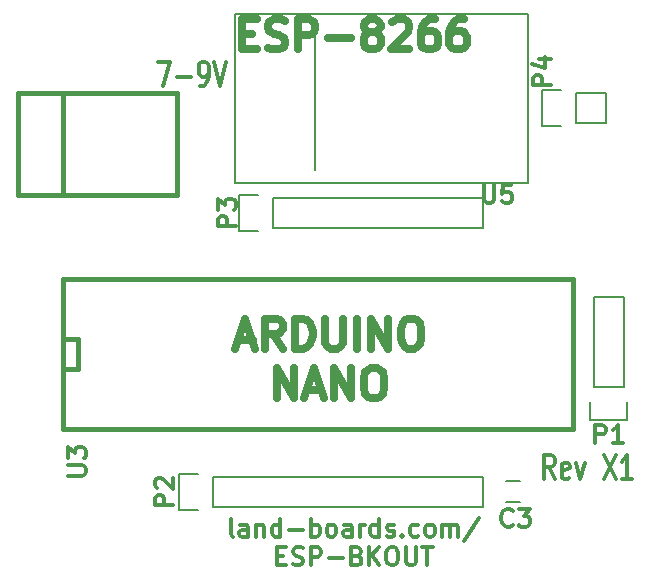
<source format=gto>
G04 #@! TF.FileFunction,Legend,Top*
%FSLAX46Y46*%
G04 Gerber Fmt 4.6, Leading zero omitted, Abs format (unit mm)*
G04 Created by KiCad (PCBNEW (after 2015-mar-04 BZR unknown)-product) date 7/24/2015 5:09:29 PM*
%MOMM*%
G01*
G04 APERTURE LIST*
%ADD10C,0.150000*%
%ADD11C,0.635000*%
%ADD12C,0.304800*%
%ADD13C,0.381000*%
G04 APERTURE END LIST*
D10*
D11*
X25025049Y-38967833D02*
X26234572Y-38967833D01*
X24783144Y-39693548D02*
X25629810Y-37153548D01*
X26476477Y-39693548D01*
X28774572Y-39693548D02*
X27927906Y-38484024D01*
X27323144Y-39693548D02*
X27323144Y-37153548D01*
X28290763Y-37153548D01*
X28532668Y-37274500D01*
X28653620Y-37395452D01*
X28774572Y-37637357D01*
X28774572Y-38000214D01*
X28653620Y-38242119D01*
X28532668Y-38363071D01*
X28290763Y-38484024D01*
X27323144Y-38484024D01*
X29863144Y-39693548D02*
X29863144Y-37153548D01*
X30467906Y-37153548D01*
X30830763Y-37274500D01*
X31072668Y-37516405D01*
X31193620Y-37758310D01*
X31314572Y-38242119D01*
X31314572Y-38604976D01*
X31193620Y-39088786D01*
X31072668Y-39330690D01*
X30830763Y-39572595D01*
X30467906Y-39693548D01*
X29863144Y-39693548D01*
X32403144Y-37153548D02*
X32403144Y-39209738D01*
X32524096Y-39451643D01*
X32645049Y-39572595D01*
X32886953Y-39693548D01*
X33370763Y-39693548D01*
X33612668Y-39572595D01*
X33733620Y-39451643D01*
X33854572Y-39209738D01*
X33854572Y-37153548D01*
X35064096Y-39693548D02*
X35064096Y-37153548D01*
X36273620Y-39693548D02*
X36273620Y-37153548D01*
X37725048Y-39693548D01*
X37725048Y-37153548D01*
X39418381Y-37153548D02*
X39902191Y-37153548D01*
X40144096Y-37274500D01*
X40386000Y-37516405D01*
X40506953Y-38000214D01*
X40506953Y-38846881D01*
X40386000Y-39330690D01*
X40144096Y-39572595D01*
X39902191Y-39693548D01*
X39418381Y-39693548D01*
X39176477Y-39572595D01*
X38934572Y-39330690D01*
X38813620Y-38846881D01*
X38813620Y-38000214D01*
X38934572Y-37516405D01*
X39176477Y-37274500D01*
X39418381Y-37153548D01*
X28290763Y-43884548D02*
X28290763Y-41344548D01*
X29742191Y-43884548D01*
X29742191Y-41344548D01*
X30830763Y-43158833D02*
X32040286Y-43158833D01*
X30588858Y-43884548D02*
X31435524Y-41344548D01*
X32282191Y-43884548D01*
X33128858Y-43884548D02*
X33128858Y-41344548D01*
X34580286Y-43884548D01*
X34580286Y-41344548D01*
X36273619Y-41344548D02*
X36757429Y-41344548D01*
X36999334Y-41465500D01*
X37241238Y-41707405D01*
X37362191Y-42191214D01*
X37362191Y-43037881D01*
X37241238Y-43521690D01*
X36999334Y-43763595D01*
X36757429Y-43884548D01*
X36273619Y-43884548D01*
X36031715Y-43763595D01*
X35789810Y-43521690D01*
X35668858Y-43037881D01*
X35668858Y-42191214D01*
X35789810Y-41707405D01*
X36031715Y-41465500D01*
X36273619Y-41344548D01*
X25363714Y-13026571D02*
X26210381Y-13026571D01*
X26573238Y-14357048D02*
X25363714Y-14357048D01*
X25363714Y-11817048D01*
X26573238Y-11817048D01*
X27540857Y-14236095D02*
X27903714Y-14357048D01*
X28508476Y-14357048D01*
X28750380Y-14236095D01*
X28871333Y-14115143D01*
X28992285Y-13873238D01*
X28992285Y-13631333D01*
X28871333Y-13389429D01*
X28750380Y-13268476D01*
X28508476Y-13147524D01*
X28024666Y-13026571D01*
X27782761Y-12905619D01*
X27661809Y-12784667D01*
X27540857Y-12542762D01*
X27540857Y-12300857D01*
X27661809Y-12058952D01*
X27782761Y-11938000D01*
X28024666Y-11817048D01*
X28629428Y-11817048D01*
X28992285Y-11938000D01*
X30080857Y-14357048D02*
X30080857Y-11817048D01*
X31048476Y-11817048D01*
X31290381Y-11938000D01*
X31411333Y-12058952D01*
X31532285Y-12300857D01*
X31532285Y-12663714D01*
X31411333Y-12905619D01*
X31290381Y-13026571D01*
X31048476Y-13147524D01*
X30080857Y-13147524D01*
X32620857Y-13389429D02*
X34556095Y-13389429D01*
X36128476Y-12905619D02*
X35886571Y-12784667D01*
X35765619Y-12663714D01*
X35644667Y-12421810D01*
X35644667Y-12300857D01*
X35765619Y-12058952D01*
X35886571Y-11938000D01*
X36128476Y-11817048D01*
X36612286Y-11817048D01*
X36854190Y-11938000D01*
X36975143Y-12058952D01*
X37096095Y-12300857D01*
X37096095Y-12421810D01*
X36975143Y-12663714D01*
X36854190Y-12784667D01*
X36612286Y-12905619D01*
X36128476Y-12905619D01*
X35886571Y-13026571D01*
X35765619Y-13147524D01*
X35644667Y-13389429D01*
X35644667Y-13873238D01*
X35765619Y-14115143D01*
X35886571Y-14236095D01*
X36128476Y-14357048D01*
X36612286Y-14357048D01*
X36854190Y-14236095D01*
X36975143Y-14115143D01*
X37096095Y-13873238D01*
X37096095Y-13389429D01*
X36975143Y-13147524D01*
X36854190Y-13026571D01*
X36612286Y-12905619D01*
X38063715Y-12058952D02*
X38184667Y-11938000D01*
X38426572Y-11817048D01*
X39031334Y-11817048D01*
X39273238Y-11938000D01*
X39394191Y-12058952D01*
X39515143Y-12300857D01*
X39515143Y-12542762D01*
X39394191Y-12905619D01*
X37942762Y-14357048D01*
X39515143Y-14357048D01*
X41692286Y-11817048D02*
X41208477Y-11817048D01*
X40966572Y-11938000D01*
X40845620Y-12058952D01*
X40603715Y-12421810D01*
X40482763Y-12905619D01*
X40482763Y-13873238D01*
X40603715Y-14115143D01*
X40724667Y-14236095D01*
X40966572Y-14357048D01*
X41450382Y-14357048D01*
X41692286Y-14236095D01*
X41813239Y-14115143D01*
X41934191Y-13873238D01*
X41934191Y-13268476D01*
X41813239Y-13026571D01*
X41692286Y-12905619D01*
X41450382Y-12784667D01*
X40966572Y-12784667D01*
X40724667Y-12905619D01*
X40603715Y-13026571D01*
X40482763Y-13268476D01*
X44111334Y-11817048D02*
X43627525Y-11817048D01*
X43385620Y-11938000D01*
X43264668Y-12058952D01*
X43022763Y-12421810D01*
X42901811Y-12905619D01*
X42901811Y-13873238D01*
X43022763Y-14115143D01*
X43143715Y-14236095D01*
X43385620Y-14357048D01*
X43869430Y-14357048D01*
X44111334Y-14236095D01*
X44232287Y-14115143D01*
X44353239Y-13873238D01*
X44353239Y-13268476D01*
X44232287Y-13026571D01*
X44111334Y-12905619D01*
X43869430Y-12784667D01*
X43385620Y-12784667D01*
X43143715Y-12905619D01*
X43022763Y-13026571D01*
X42901811Y-13268476D01*
D12*
X18251714Y-15397238D02*
X19267714Y-15397238D01*
X18614571Y-17429238D01*
X19848286Y-16655143D02*
X21009429Y-16655143D01*
X21807715Y-17429238D02*
X22098000Y-17429238D01*
X22243143Y-17332476D01*
X22315715Y-17235714D01*
X22460857Y-16945429D01*
X22533429Y-16558381D01*
X22533429Y-15784286D01*
X22460857Y-15590762D01*
X22388286Y-15494000D01*
X22243143Y-15397238D01*
X21952857Y-15397238D01*
X21807715Y-15494000D01*
X21735143Y-15590762D01*
X21662572Y-15784286D01*
X21662572Y-16268095D01*
X21735143Y-16461619D01*
X21807715Y-16558381D01*
X21952857Y-16655143D01*
X22243143Y-16655143D01*
X22388286Y-16558381D01*
X22460857Y-16461619D01*
X22533429Y-16268095D01*
X22968858Y-15397238D02*
X23476858Y-17429238D01*
X23984858Y-15397238D01*
X51815999Y-50703238D02*
X51307999Y-49735619D01*
X50945142Y-50703238D02*
X50945142Y-48671238D01*
X51525714Y-48671238D01*
X51670856Y-48768000D01*
X51743428Y-48864762D01*
X51815999Y-49058286D01*
X51815999Y-49348571D01*
X51743428Y-49542095D01*
X51670856Y-49638857D01*
X51525714Y-49735619D01*
X50945142Y-49735619D01*
X53049714Y-50606476D02*
X52904571Y-50703238D01*
X52614285Y-50703238D01*
X52469142Y-50606476D01*
X52396571Y-50412952D01*
X52396571Y-49638857D01*
X52469142Y-49445333D01*
X52614285Y-49348571D01*
X52904571Y-49348571D01*
X53049714Y-49445333D01*
X53122285Y-49638857D01*
X53122285Y-49832381D01*
X52396571Y-50025905D01*
X53630285Y-49348571D02*
X53993142Y-50703238D01*
X54356000Y-49348571D01*
X55952571Y-48671238D02*
X56968571Y-50703238D01*
X56968571Y-48671238D02*
X55952571Y-50703238D01*
X58347429Y-50703238D02*
X57476572Y-50703238D01*
X57912000Y-50703238D02*
X57912000Y-48671238D01*
X57766857Y-48961524D01*
X57621715Y-49155048D01*
X57476572Y-49251810D01*
X24601715Y-55604229D02*
X24456573Y-55531657D01*
X24384001Y-55386514D01*
X24384001Y-54080229D01*
X25835430Y-55604229D02*
X25835430Y-54805943D01*
X25762859Y-54660800D01*
X25617716Y-54588229D01*
X25327430Y-54588229D01*
X25182287Y-54660800D01*
X25835430Y-55531657D02*
X25690287Y-55604229D01*
X25327430Y-55604229D01*
X25182287Y-55531657D01*
X25109716Y-55386514D01*
X25109716Y-55241371D01*
X25182287Y-55096229D01*
X25327430Y-55023657D01*
X25690287Y-55023657D01*
X25835430Y-54951086D01*
X26561144Y-54588229D02*
X26561144Y-55604229D01*
X26561144Y-54733371D02*
X26633716Y-54660800D01*
X26778858Y-54588229D01*
X26996573Y-54588229D01*
X27141716Y-54660800D01*
X27214287Y-54805943D01*
X27214287Y-55604229D01*
X28593144Y-55604229D02*
X28593144Y-54080229D01*
X28593144Y-55531657D02*
X28448001Y-55604229D01*
X28157715Y-55604229D01*
X28012573Y-55531657D01*
X27940001Y-55459086D01*
X27867430Y-55313943D01*
X27867430Y-54878514D01*
X27940001Y-54733371D01*
X28012573Y-54660800D01*
X28157715Y-54588229D01*
X28448001Y-54588229D01*
X28593144Y-54660800D01*
X29318858Y-55023657D02*
X30480001Y-55023657D01*
X31205715Y-55604229D02*
X31205715Y-54080229D01*
X31205715Y-54660800D02*
X31350858Y-54588229D01*
X31641144Y-54588229D01*
X31786287Y-54660800D01*
X31858858Y-54733371D01*
X31931429Y-54878514D01*
X31931429Y-55313943D01*
X31858858Y-55459086D01*
X31786287Y-55531657D01*
X31641144Y-55604229D01*
X31350858Y-55604229D01*
X31205715Y-55531657D01*
X32802286Y-55604229D02*
X32657144Y-55531657D01*
X32584572Y-55459086D01*
X32512001Y-55313943D01*
X32512001Y-54878514D01*
X32584572Y-54733371D01*
X32657144Y-54660800D01*
X32802286Y-54588229D01*
X33020001Y-54588229D01*
X33165144Y-54660800D01*
X33237715Y-54733371D01*
X33310286Y-54878514D01*
X33310286Y-55313943D01*
X33237715Y-55459086D01*
X33165144Y-55531657D01*
X33020001Y-55604229D01*
X32802286Y-55604229D01*
X34616572Y-55604229D02*
X34616572Y-54805943D01*
X34544001Y-54660800D01*
X34398858Y-54588229D01*
X34108572Y-54588229D01*
X33963429Y-54660800D01*
X34616572Y-55531657D02*
X34471429Y-55604229D01*
X34108572Y-55604229D01*
X33963429Y-55531657D01*
X33890858Y-55386514D01*
X33890858Y-55241371D01*
X33963429Y-55096229D01*
X34108572Y-55023657D01*
X34471429Y-55023657D01*
X34616572Y-54951086D01*
X35342286Y-55604229D02*
X35342286Y-54588229D01*
X35342286Y-54878514D02*
X35414858Y-54733371D01*
X35487429Y-54660800D01*
X35632572Y-54588229D01*
X35777715Y-54588229D01*
X36938858Y-55604229D02*
X36938858Y-54080229D01*
X36938858Y-55531657D02*
X36793715Y-55604229D01*
X36503429Y-55604229D01*
X36358287Y-55531657D01*
X36285715Y-55459086D01*
X36213144Y-55313943D01*
X36213144Y-54878514D01*
X36285715Y-54733371D01*
X36358287Y-54660800D01*
X36503429Y-54588229D01*
X36793715Y-54588229D01*
X36938858Y-54660800D01*
X37592001Y-55531657D02*
X37737144Y-55604229D01*
X38027429Y-55604229D01*
X38172572Y-55531657D01*
X38245144Y-55386514D01*
X38245144Y-55313943D01*
X38172572Y-55168800D01*
X38027429Y-55096229D01*
X37809715Y-55096229D01*
X37664572Y-55023657D01*
X37592001Y-54878514D01*
X37592001Y-54805943D01*
X37664572Y-54660800D01*
X37809715Y-54588229D01*
X38027429Y-54588229D01*
X38172572Y-54660800D01*
X38898286Y-55459086D02*
X38970858Y-55531657D01*
X38898286Y-55604229D01*
X38825715Y-55531657D01*
X38898286Y-55459086D01*
X38898286Y-55604229D01*
X40277143Y-55531657D02*
X40132000Y-55604229D01*
X39841714Y-55604229D01*
X39696572Y-55531657D01*
X39624000Y-55459086D01*
X39551429Y-55313943D01*
X39551429Y-54878514D01*
X39624000Y-54733371D01*
X39696572Y-54660800D01*
X39841714Y-54588229D01*
X40132000Y-54588229D01*
X40277143Y-54660800D01*
X41148000Y-55604229D02*
X41002858Y-55531657D01*
X40930286Y-55459086D01*
X40857715Y-55313943D01*
X40857715Y-54878514D01*
X40930286Y-54733371D01*
X41002858Y-54660800D01*
X41148000Y-54588229D01*
X41365715Y-54588229D01*
X41510858Y-54660800D01*
X41583429Y-54733371D01*
X41656000Y-54878514D01*
X41656000Y-55313943D01*
X41583429Y-55459086D01*
X41510858Y-55531657D01*
X41365715Y-55604229D01*
X41148000Y-55604229D01*
X42309143Y-55604229D02*
X42309143Y-54588229D01*
X42309143Y-54733371D02*
X42381715Y-54660800D01*
X42526857Y-54588229D01*
X42744572Y-54588229D01*
X42889715Y-54660800D01*
X42962286Y-54805943D01*
X42962286Y-55604229D01*
X42962286Y-54805943D02*
X43034857Y-54660800D01*
X43180000Y-54588229D01*
X43397715Y-54588229D01*
X43542857Y-54660800D01*
X43615429Y-54805943D01*
X43615429Y-55604229D01*
X45429715Y-54007657D02*
X44123429Y-55967086D01*
X28339143Y-57244343D02*
X28847143Y-57244343D01*
X29064857Y-58042629D02*
X28339143Y-58042629D01*
X28339143Y-56518629D01*
X29064857Y-56518629D01*
X29645429Y-57970057D02*
X29863143Y-58042629D01*
X30226000Y-58042629D01*
X30371143Y-57970057D01*
X30443714Y-57897486D01*
X30516286Y-57752343D01*
X30516286Y-57607200D01*
X30443714Y-57462057D01*
X30371143Y-57389486D01*
X30226000Y-57316914D01*
X29935714Y-57244343D01*
X29790572Y-57171771D01*
X29718000Y-57099200D01*
X29645429Y-56954057D01*
X29645429Y-56808914D01*
X29718000Y-56663771D01*
X29790572Y-56591200D01*
X29935714Y-56518629D01*
X30298572Y-56518629D01*
X30516286Y-56591200D01*
X31169429Y-58042629D02*
X31169429Y-56518629D01*
X31750001Y-56518629D01*
X31895143Y-56591200D01*
X31967715Y-56663771D01*
X32040286Y-56808914D01*
X32040286Y-57026629D01*
X31967715Y-57171771D01*
X31895143Y-57244343D01*
X31750001Y-57316914D01*
X31169429Y-57316914D01*
X32693429Y-57462057D02*
X33854572Y-57462057D01*
X35088286Y-57244343D02*
X35306000Y-57316914D01*
X35378572Y-57389486D01*
X35451143Y-57534629D01*
X35451143Y-57752343D01*
X35378572Y-57897486D01*
X35306000Y-57970057D01*
X35160858Y-58042629D01*
X34580286Y-58042629D01*
X34580286Y-56518629D01*
X35088286Y-56518629D01*
X35233429Y-56591200D01*
X35306000Y-56663771D01*
X35378572Y-56808914D01*
X35378572Y-56954057D01*
X35306000Y-57099200D01*
X35233429Y-57171771D01*
X35088286Y-57244343D01*
X34580286Y-57244343D01*
X36104286Y-58042629D02*
X36104286Y-56518629D01*
X36975143Y-58042629D02*
X36322000Y-57171771D01*
X36975143Y-56518629D02*
X36104286Y-57389486D01*
X37918572Y-56518629D02*
X38208858Y-56518629D01*
X38354000Y-56591200D01*
X38499143Y-56736343D01*
X38571715Y-57026629D01*
X38571715Y-57534629D01*
X38499143Y-57824914D01*
X38354000Y-57970057D01*
X38208858Y-58042629D01*
X37918572Y-58042629D01*
X37773429Y-57970057D01*
X37628286Y-57824914D01*
X37555715Y-57534629D01*
X37555715Y-57026629D01*
X37628286Y-56736343D01*
X37773429Y-56591200D01*
X37918572Y-56518629D01*
X39224857Y-56518629D02*
X39224857Y-57752343D01*
X39297429Y-57897486D01*
X39370000Y-57970057D01*
X39515143Y-58042629D01*
X39805429Y-58042629D01*
X39950571Y-57970057D01*
X40023143Y-57897486D01*
X40095714Y-57752343D01*
X40095714Y-56518629D01*
X40603714Y-56518629D02*
X41474571Y-56518629D01*
X41039142Y-58042629D02*
X41039142Y-56518629D01*
D10*
X47660000Y-50941000D02*
X48860000Y-50941000D01*
X48860000Y-52691000D02*
X47660000Y-52691000D01*
X57658000Y-42926000D02*
X57658000Y-35306000D01*
X55118000Y-42926000D02*
X55118000Y-35306000D01*
X54838000Y-45746000D02*
X54838000Y-44196000D01*
X57658000Y-35306000D02*
X55118000Y-35306000D01*
X55118000Y-42926000D02*
X57658000Y-42926000D01*
X57938000Y-44196000D02*
X57938000Y-45746000D01*
X57938000Y-45746000D02*
X54838000Y-45746000D01*
D13*
X10160000Y-33782000D02*
X53340000Y-33782000D01*
X53340000Y-33782000D02*
X53340000Y-46482000D01*
X53340000Y-46482000D02*
X10160000Y-46482000D01*
X10160000Y-46482000D02*
X10160000Y-33782000D01*
X10160000Y-41402000D02*
X11430000Y-41402000D01*
X11430000Y-41402000D02*
X11430000Y-38862000D01*
X11430000Y-38862000D02*
X10160000Y-38862000D01*
X7112000Y-18034000D02*
X6350000Y-18034000D01*
X6350000Y-18034000D02*
X6350000Y-26670000D01*
X6350000Y-26670000D02*
X7112000Y-26670000D01*
X10160000Y-18034000D02*
X10160000Y-26670000D01*
X19812000Y-18034000D02*
X19812000Y-26670000D01*
X7112000Y-26670000D02*
X19812000Y-26670000D01*
X7112000Y-18034000D02*
X19812000Y-18034000D01*
D10*
X31530000Y-24542000D02*
X31530000Y-12542000D01*
X49530000Y-25692000D02*
X24730000Y-25692000D01*
X24730000Y-25692000D02*
X24730000Y-11392000D01*
X24730000Y-11392000D02*
X49530000Y-11392000D01*
X49530000Y-11392000D02*
X49530000Y-25692000D01*
X22860000Y-50546000D02*
X45720000Y-50546000D01*
X45720000Y-50546000D02*
X45720000Y-53086000D01*
X45720000Y-53086000D02*
X22860000Y-53086000D01*
X20040000Y-50266000D02*
X21590000Y-50266000D01*
X22860000Y-50546000D02*
X22860000Y-53086000D01*
X21590000Y-53366000D02*
X20040000Y-53366000D01*
X20040000Y-53366000D02*
X20040000Y-50266000D01*
X27940000Y-26924000D02*
X45720000Y-26924000D01*
X45720000Y-26924000D02*
X45720000Y-29464000D01*
X45720000Y-29464000D02*
X27940000Y-29464000D01*
X25120000Y-26644000D02*
X26670000Y-26644000D01*
X27940000Y-26924000D02*
X27940000Y-29464000D01*
X26670000Y-29744000D02*
X25120000Y-29744000D01*
X25120000Y-29744000D02*
X25120000Y-26644000D01*
X53594000Y-18034000D02*
X56134000Y-18034000D01*
X50774000Y-17754000D02*
X52324000Y-17754000D01*
X53594000Y-18034000D02*
X53594000Y-20574000D01*
X52324000Y-20854000D02*
X50774000Y-20854000D01*
X50774000Y-20854000D02*
X50774000Y-17754000D01*
X53594000Y-20574000D02*
X56134000Y-20574000D01*
X56134000Y-20574000D02*
X56134000Y-18034000D01*
D12*
X48246000Y-54644286D02*
X48173429Y-54716857D01*
X47955715Y-54789429D01*
X47810572Y-54789429D01*
X47592857Y-54716857D01*
X47447715Y-54571714D01*
X47375143Y-54426571D01*
X47302572Y-54136286D01*
X47302572Y-53918571D01*
X47375143Y-53628286D01*
X47447715Y-53483143D01*
X47592857Y-53338000D01*
X47810572Y-53265429D01*
X47955715Y-53265429D01*
X48173429Y-53338000D01*
X48246000Y-53410571D01*
X48754000Y-53265429D02*
X49697429Y-53265429D01*
X49189429Y-53846000D01*
X49407143Y-53846000D01*
X49552286Y-53918571D01*
X49624857Y-53991143D01*
X49697429Y-54136286D01*
X49697429Y-54499143D01*
X49624857Y-54644286D01*
X49552286Y-54716857D01*
X49407143Y-54789429D01*
X48971715Y-54789429D01*
X48826572Y-54716857D01*
X48754000Y-54644286D01*
X55263143Y-47679429D02*
X55263143Y-46155429D01*
X55843715Y-46155429D01*
X55988857Y-46228000D01*
X56061429Y-46300571D01*
X56134000Y-46445714D01*
X56134000Y-46663429D01*
X56061429Y-46808571D01*
X55988857Y-46881143D01*
X55843715Y-46953714D01*
X55263143Y-46953714D01*
X57585429Y-47679429D02*
X56714572Y-47679429D01*
X57150000Y-47679429D02*
X57150000Y-46155429D01*
X57004857Y-46373143D01*
X56859715Y-46518286D01*
X56714572Y-46590857D01*
X10595429Y-50437143D02*
X11829143Y-50437143D01*
X11974286Y-50364571D01*
X12046857Y-50292000D01*
X12119429Y-50146857D01*
X12119429Y-49856571D01*
X12046857Y-49711429D01*
X11974286Y-49638857D01*
X11829143Y-49566286D01*
X10595429Y-49566286D01*
X10595429Y-48985715D02*
X10595429Y-48042286D01*
X11176000Y-48550286D01*
X11176000Y-48332572D01*
X11248571Y-48187429D01*
X11321143Y-48114858D01*
X11466286Y-48042286D01*
X11829143Y-48042286D01*
X11974286Y-48114858D01*
X12046857Y-48187429D01*
X12119429Y-48332572D01*
X12119429Y-48768000D01*
X12046857Y-48913143D01*
X11974286Y-48985715D01*
X45828857Y-25835429D02*
X45828857Y-27069143D01*
X45901429Y-27214286D01*
X45974000Y-27286857D01*
X46119143Y-27359429D01*
X46409429Y-27359429D01*
X46554571Y-27286857D01*
X46627143Y-27214286D01*
X46699714Y-27069143D01*
X46699714Y-25835429D01*
X48151142Y-25835429D02*
X47425428Y-25835429D01*
X47352857Y-26561143D01*
X47425428Y-26488571D01*
X47570571Y-26416000D01*
X47933428Y-26416000D01*
X48078571Y-26488571D01*
X48151142Y-26561143D01*
X48223714Y-26706286D01*
X48223714Y-27069143D01*
X48151142Y-27214286D01*
X48078571Y-27286857D01*
X47933428Y-27359429D01*
X47570571Y-27359429D01*
X47425428Y-27286857D01*
X47352857Y-27214286D01*
X19485429Y-52940857D02*
X17961429Y-52940857D01*
X17961429Y-52360285D01*
X18034000Y-52215143D01*
X18106571Y-52142571D01*
X18251714Y-52070000D01*
X18469429Y-52070000D01*
X18614571Y-52142571D01*
X18687143Y-52215143D01*
X18759714Y-52360285D01*
X18759714Y-52940857D01*
X18106571Y-51489428D02*
X18034000Y-51416857D01*
X17961429Y-51271714D01*
X17961429Y-50908857D01*
X18034000Y-50763714D01*
X18106571Y-50691143D01*
X18251714Y-50618571D01*
X18396857Y-50618571D01*
X18614571Y-50691143D01*
X19485429Y-51562000D01*
X19485429Y-50618571D01*
X24819429Y-29318857D02*
X23295429Y-29318857D01*
X23295429Y-28738285D01*
X23368000Y-28593143D01*
X23440571Y-28520571D01*
X23585714Y-28448000D01*
X23803429Y-28448000D01*
X23948571Y-28520571D01*
X24021143Y-28593143D01*
X24093714Y-28738285D01*
X24093714Y-29318857D01*
X23295429Y-27940000D02*
X23295429Y-26996571D01*
X23876000Y-27504571D01*
X23876000Y-27286857D01*
X23948571Y-27141714D01*
X24021143Y-27069143D01*
X24166286Y-26996571D01*
X24529143Y-26996571D01*
X24674286Y-27069143D01*
X24746857Y-27141714D01*
X24819429Y-27286857D01*
X24819429Y-27722285D01*
X24746857Y-27867428D01*
X24674286Y-27940000D01*
X51489429Y-17380857D02*
X49965429Y-17380857D01*
X49965429Y-16800285D01*
X50038000Y-16655143D01*
X50110571Y-16582571D01*
X50255714Y-16510000D01*
X50473429Y-16510000D01*
X50618571Y-16582571D01*
X50691143Y-16655143D01*
X50763714Y-16800285D01*
X50763714Y-17380857D01*
X50473429Y-15203714D02*
X51489429Y-15203714D01*
X49892857Y-15566571D02*
X50981429Y-15929428D01*
X50981429Y-14986000D01*
M02*

</source>
